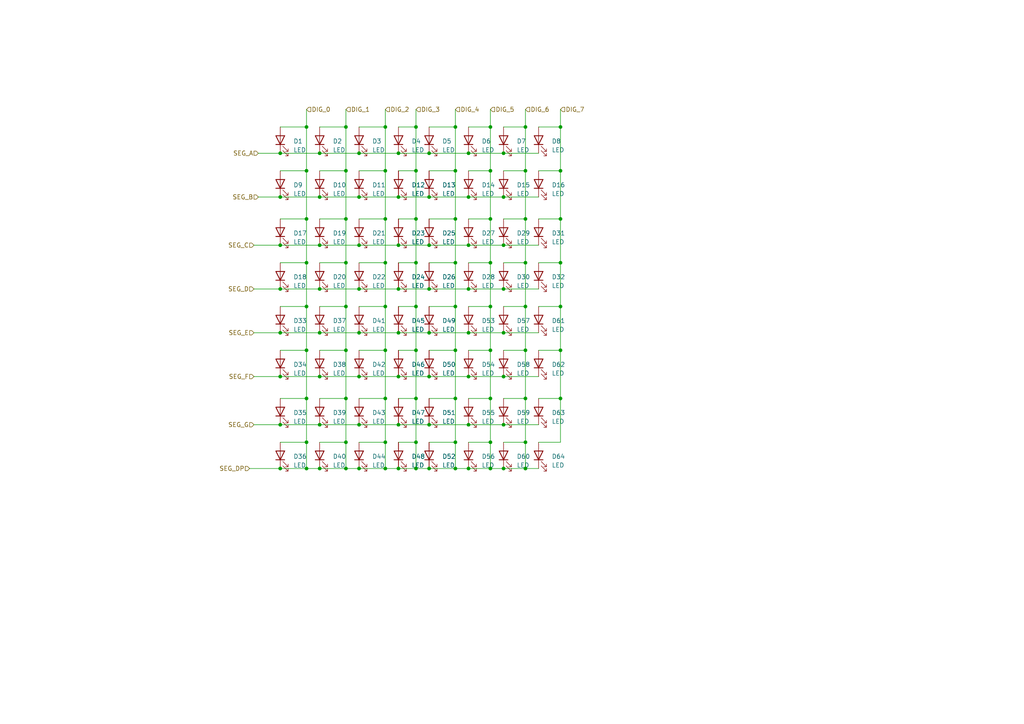
<source format=kicad_sch>
(kicad_sch (version 20230121) (generator eeschema)
  (paper "A4")
  (lib_symbols
    (symbol "Device:LED" (pin_numbers hide) (pin_names (offset 1.016) hide)
      (property "Reference" "D" (at 0 2.54 0))
      (property "Value" "LED" (at 0 -2.54 0))
      (symbol "LED_0_1"
        (polyline (pts (xy -1.27 -1.27) (xy -1.27 1.27)) (stroke (width 0.254)))
        (polyline (pts (xy -1.27 0) (xy 1.27 0)))
        (polyline (pts (xy 1.27 -1.27) (xy 1.27 1.27) (xy -1.27 0) (xy 1.27 -1.27)) (stroke (width 0.254)))
        (polyline (pts (xy -3.048 -0.762) (xy -4.572 -2.286) (xy -3.81 -2.286) (xy -4.572 -2.286) (xy -4.572 -1.524)))
        (polyline (pts (xy -1.778 -0.762) (xy -3.302 -2.286) (xy -2.54 -2.286) (xy -3.302 -2.286) (xy -3.302 -1.524)))
      )
      (symbol "LED_1_1"
        (pin passive line (at -3.81 0 0) (length 2.54) (name "K") (number "1"))
        (pin passive line (at 3.81 0 180) (length 2.54) (name "A") (number "2"))
      )
    )
  )
  (junction (at 162.56 88.9))
  (junction (at 92.71 71.12))
  (junction (at 111.76 63.5))
  (junction (at 146.05 135.89))
  (junction (at 162.56 63.5))
  (junction (at 152.4 76.2))
  (junction (at 142.24 63.5))
  (junction (at 100.33 101.6))
  (junction (at 152.4 88.9))
  (junction (at 88.9 49.53))
  (junction (at 132.08 88.9))
  (junction (at 100.33 63.5))
  (junction (at 104.14 71.12))
  (junction (at 88.9 101.6))
  (junction (at 120.65 128.27))
  (junction (at 88.9 36.83))
  (junction (at 81.28 123.19))
  (junction (at 115.57 71.12))
  (junction (at 111.76 49.53))
  (junction (at 124.46 44.45))
  (junction (at 100.33 135.89))
  (junction (at 135.89 96.52))
  (junction (at 115.57 44.45))
  (junction (at 104.14 57.15))
  (junction (at 124.46 135.89))
  (junction (at 100.33 49.53))
  (junction (at 120.65 101.6))
  (junction (at 104.14 109.22))
  (junction (at 111.76 135.89))
  (junction (at 92.71 83.82))
  (junction (at 135.89 135.89))
  (junction (at 120.65 135.89))
  (junction (at 92.71 44.45))
  (junction (at 104.14 44.45))
  (junction (at 146.05 57.15))
  (junction (at 162.56 101.6))
  (junction (at 120.65 49.53))
  (junction (at 92.71 135.89))
  (junction (at 152.4 115.57))
  (junction (at 146.05 109.22))
  (junction (at 124.46 123.19))
  (junction (at 152.4 49.53))
  (junction (at 135.89 123.19))
  (junction (at 132.08 101.6))
  (junction (at 132.08 135.89))
  (junction (at 132.08 128.27))
  (junction (at 124.46 83.82))
  (junction (at 132.08 115.57))
  (junction (at 146.05 96.52))
  (junction (at 104.14 123.19))
  (junction (at 92.71 109.22))
  (junction (at 104.14 135.89))
  (junction (at 162.56 49.53))
  (junction (at 142.24 128.27))
  (junction (at 100.33 115.57))
  (junction (at 162.56 36.83))
  (junction (at 100.33 76.2))
  (junction (at 142.24 135.89))
  (junction (at 92.71 57.15))
  (junction (at 124.46 71.12))
  (junction (at 92.71 96.52))
  (junction (at 120.65 63.5))
  (junction (at 81.28 71.12))
  (junction (at 115.57 96.52))
  (junction (at 88.9 128.27))
  (junction (at 81.28 109.22))
  (junction (at 92.71 123.19))
  (junction (at 162.56 76.2))
  (junction (at 124.46 96.52))
  (junction (at 115.57 83.82))
  (junction (at 135.89 71.12))
  (junction (at 142.24 115.57))
  (junction (at 142.24 101.6))
  (junction (at 111.76 115.57))
  (junction (at 124.46 109.22))
  (junction (at 135.89 57.15))
  (junction (at 81.28 83.82))
  (junction (at 152.4 36.83))
  (junction (at 81.28 96.52))
  (junction (at 120.65 115.57))
  (junction (at 135.89 83.82))
  (junction (at 132.08 76.2))
  (junction (at 111.76 128.27))
  (junction (at 115.57 123.19))
  (junction (at 111.76 36.83))
  (junction (at 146.05 44.45))
  (junction (at 120.65 36.83))
  (junction (at 115.57 135.89))
  (junction (at 152.4 101.6))
  (junction (at 132.08 63.5))
  (junction (at 135.89 44.45))
  (junction (at 142.24 76.2))
  (junction (at 152.4 135.89))
  (junction (at 135.89 109.22))
  (junction (at 152.4 63.5))
  (junction (at 111.76 76.2))
  (junction (at 100.33 36.83))
  (junction (at 81.28 57.15))
  (junction (at 88.9 63.5))
  (junction (at 124.46 57.15))
  (junction (at 142.24 88.9))
  (junction (at 162.56 115.57))
  (junction (at 88.9 76.2))
  (junction (at 115.57 109.22))
  (junction (at 152.4 128.27))
  (junction (at 81.28 135.89))
  (junction (at 146.05 71.12))
  (junction (at 142.24 49.53))
  (junction (at 142.24 36.83))
  (junction (at 104.14 96.52))
  (junction (at 81.28 44.45))
  (junction (at 146.05 83.82))
  (junction (at 104.14 83.82))
  (junction (at 132.08 36.83))
  (junction (at 111.76 101.6))
  (junction (at 120.65 76.2))
  (junction (at 100.33 88.9))
  (junction (at 120.65 88.9))
  (junction (at 132.08 49.53))
  (junction (at 88.9 88.9))
  (junction (at 111.76 88.9))
  (junction (at 146.05 123.19))
  (junction (at 88.9 115.57))
  (junction (at 100.33 128.27))
  (junction (at 115.57 57.15))
  (junction (at 88.9 135.89))
  (wire (pts (xy 104.14 109.22) (xy 92.71 109.22)))
  (wire (pts (xy 146.05 109.22) (xy 135.89 109.22)))
  (wire (pts (xy 152.4 115.57) (xy 152.4 128.27)))
  (wire (pts (xy 104.14 76.2) (xy 111.76 76.2)))
  (wire (pts (xy 146.05 57.15) (xy 156.21 57.15)))
  (wire (pts (xy 72.39 135.89) (xy 81.28 135.89)))
  (wire (pts (xy 115.57 109.22) (xy 104.14 109.22)))
  (wire (pts (xy 124.46 49.53) (xy 132.08 49.53)))
  (wire (pts (xy 152.4 31.75) (xy 152.4 36.83)))
  (wire (pts (xy 132.08 36.83) (xy 132.08 49.53)))
  (wire (pts (xy 73.66 71.12) (xy 81.28 71.12)))
  (wire (pts (xy 124.46 57.15) (xy 135.89 57.15)))
  (wire (pts (xy 135.89 135.89) (xy 142.24 135.89)))
  (wire (pts (xy 92.71 44.45) (xy 104.14 44.45)))
  (wire (pts (xy 124.46 135.89) (xy 132.08 135.89)))
  (wire (pts (xy 88.9 49.53) (xy 88.9 63.5)))
  (wire (pts (xy 92.71 57.15) (xy 104.14 57.15)))
  (wire (pts (xy 88.9 76.2) (xy 88.9 88.9)))
  (wire (pts (xy 92.71 49.53) (xy 100.33 49.53)))
  (wire (pts (xy 135.89 76.2) (xy 142.24 76.2)))
  (wire (pts (xy 135.89 96.52) (xy 146.05 96.52)))
  (wire (pts (xy 100.33 88.9) (xy 100.33 101.6)))
  (wire (pts (xy 81.28 128.27) (xy 88.9 128.27)))
  (wire (pts (xy 132.08 49.53) (xy 132.08 63.5)))
  (wire (pts (xy 81.28 36.83) (xy 88.9 36.83)))
  (wire (pts (xy 120.65 135.89) (xy 124.46 135.89)))
  (wire (pts (xy 135.89 44.45) (xy 146.05 44.45)))
  (wire (pts (xy 124.46 123.19) (xy 135.89 123.19)))
  (wire (pts (xy 146.05 135.89) (xy 152.4 135.89)))
  (wire (pts (xy 146.05 83.82) (xy 156.21 83.82)))
  (wire (pts (xy 92.71 101.6) (xy 100.33 101.6)))
  (wire (pts (xy 120.65 101.6) (xy 120.65 115.57)))
  (wire (pts (xy 120.65 36.83) (xy 120.65 49.53)))
  (wire (pts (xy 88.9 135.89) (xy 92.71 135.89)))
  (wire (pts (xy 146.05 88.9) (xy 152.4 88.9)))
  (wire (pts (xy 111.76 101.6) (xy 111.76 115.57)))
  (wire (pts (xy 111.76 76.2) (xy 111.76 88.9)))
  (wire (pts (xy 135.89 57.15) (xy 146.05 57.15)))
  (wire (pts (xy 156.21 115.57) (xy 162.56 115.57)))
  (wire (pts (xy 124.46 44.45) (xy 135.89 44.45)))
  (wire (pts (xy 115.57 123.19) (xy 124.46 123.19)))
  (wire (pts (xy 132.08 115.57) (xy 132.08 128.27)))
  (wire (pts (xy 73.66 109.22) (xy 81.28 109.22)))
  (wire (pts (xy 115.57 44.45) (xy 124.46 44.45)))
  (wire (pts (xy 111.76 115.57) (xy 111.76 128.27)))
  (wire (pts (xy 104.14 49.53) (xy 111.76 49.53)))
  (wire (pts (xy 124.46 83.82) (xy 135.89 83.82)))
  (wire (pts (xy 135.89 128.27) (xy 142.24 128.27)))
  (wire (pts (xy 146.05 115.57) (xy 152.4 115.57)))
  (wire (pts (xy 152.4 36.83) (xy 152.4 49.53)))
  (wire (pts (xy 152.4 135.89) (xy 156.21 135.89)))
  (wire (pts (xy 92.71 109.22) (xy 81.28 109.22)))
  (wire (pts (xy 124.46 115.57) (xy 132.08 115.57)))
  (wire (pts (xy 111.76 128.27) (xy 111.76 135.89)))
  (wire (pts (xy 115.57 115.57) (xy 120.65 115.57)))
  (wire (pts (xy 115.57 88.9) (xy 120.65 88.9)))
  (wire (pts (xy 162.56 115.57) (xy 162.56 128.27)))
  (wire (pts (xy 81.28 115.57) (xy 88.9 115.57)))
  (wire (pts (xy 142.24 115.57) (xy 142.24 128.27)))
  (wire (pts (xy 104.14 123.19) (xy 115.57 123.19)))
  (wire (pts (xy 104.14 135.89) (xy 111.76 135.89)))
  (wire (pts (xy 135.89 115.57) (xy 142.24 115.57)))
  (wire (pts (xy 88.9 128.27) (xy 88.9 135.89)))
  (wire (pts (xy 88.9 115.57) (xy 88.9 128.27)))
  (wire (pts (xy 115.57 101.6) (xy 120.65 101.6)))
  (wire (pts (xy 156.21 101.6) (xy 162.56 101.6)))
  (wire (pts (xy 104.14 96.52) (xy 115.57 96.52)))
  (wire (pts (xy 120.65 128.27) (xy 120.65 135.89)))
  (wire (pts (xy 124.46 76.2) (xy 132.08 76.2)))
  (wire (pts (xy 73.66 123.19) (xy 81.28 123.19)))
  (wire (pts (xy 115.57 36.83) (xy 120.65 36.83)))
  (wire (pts (xy 146.05 128.27) (xy 152.4 128.27)))
  (wire (pts (xy 111.76 88.9) (xy 111.76 101.6)))
  (wire (pts (xy 152.4 63.5) (xy 152.4 76.2)))
  (wire (pts (xy 115.57 57.15) (xy 124.46 57.15)))
  (wire (pts (xy 156.21 76.2) (xy 162.56 76.2)))
  (wire (pts (xy 124.46 101.6) (xy 132.08 101.6)))
  (wire (pts (xy 104.14 36.83) (xy 111.76 36.83)))
  (wire (pts (xy 146.05 71.12) (xy 156.21 71.12)))
  (wire (pts (xy 124.46 109.22) (xy 115.57 109.22)))
  (wire (pts (xy 115.57 96.52) (xy 124.46 96.52)))
  (wire (pts (xy 88.9 63.5) (xy 88.9 76.2)))
  (wire (pts (xy 132.08 135.89) (xy 135.89 135.89)))
  (wire (pts (xy 100.33 63.5) (xy 100.33 76.2)))
  (wire (pts (xy 152.4 49.53) (xy 152.4 63.5)))
  (wire (pts (xy 104.14 115.57) (xy 111.76 115.57)))
  (wire (pts (xy 135.89 49.53) (xy 142.24 49.53)))
  (wire (pts (xy 132.08 76.2) (xy 132.08 88.9)))
  (wire (pts (xy 124.46 88.9) (xy 132.08 88.9)))
  (wire (pts (xy 100.33 101.6) (xy 100.33 115.57)))
  (wire (pts (xy 146.05 101.6) (xy 152.4 101.6)))
  (wire (pts (xy 146.05 49.53) (xy 152.4 49.53)))
  (wire (pts (xy 142.24 63.5) (xy 142.24 76.2)))
  (wire (pts (xy 88.9 101.6) (xy 88.9 115.57)))
  (wire (pts (xy 88.9 36.83) (xy 88.9 49.53)))
  (wire (pts (xy 135.89 83.82) (xy 146.05 83.82)))
  (wire (pts (xy 104.14 44.45) (xy 115.57 44.45)))
  (wire (pts (xy 156.21 63.5) (xy 162.56 63.5)))
  (wire (pts (xy 142.24 101.6) (xy 142.24 115.57)))
  (wire (pts (xy 104.14 63.5) (xy 111.76 63.5)))
  (wire (pts (xy 81.28 135.89) (xy 88.9 135.89)))
  (wire (pts (xy 81.28 44.45) (xy 92.71 44.45)))
  (wire (pts (xy 104.14 88.9) (xy 111.76 88.9)))
  (wire (pts (xy 92.71 123.19) (xy 104.14 123.19)))
  (wire (pts (xy 124.46 71.12) (xy 135.89 71.12)))
  (wire (pts (xy 111.76 31.75) (xy 111.76 36.83)))
  (wire (pts (xy 156.21 36.83) (xy 162.56 36.83)))
  (wire (pts (xy 124.46 128.27) (xy 132.08 128.27)))
  (wire (pts (xy 111.76 63.5) (xy 111.76 76.2)))
  (wire (pts (xy 81.28 123.19) (xy 92.71 123.19)))
  (wire (pts (xy 88.9 31.75) (xy 88.9 36.83)))
  (wire (pts (xy 152.4 101.6) (xy 152.4 115.57)))
  (wire (pts (xy 115.57 128.27) (xy 120.65 128.27)))
  (wire (pts (xy 74.93 57.15) (xy 81.28 57.15)))
  (wire (pts (xy 104.14 101.6) (xy 111.76 101.6)))
  (wire (pts (xy 135.89 109.22) (xy 124.46 109.22)))
  (wire (pts (xy 100.33 128.27) (xy 100.33 135.89)))
  (wire (pts (xy 111.76 135.89) (xy 115.57 135.89)))
  (wire (pts (xy 81.28 96.52) (xy 92.71 96.52)))
  (wire (pts (xy 100.33 115.57) (xy 100.33 128.27)))
  (wire (pts (xy 92.71 63.5) (xy 100.33 63.5)))
  (wire (pts (xy 81.28 57.15) (xy 92.71 57.15)))
  (wire (pts (xy 152.4 88.9) (xy 152.4 101.6)))
  (wire (pts (xy 162.56 49.53) (xy 162.56 63.5)))
  (wire (pts (xy 135.89 63.5) (xy 142.24 63.5)))
  (wire (pts (xy 135.89 88.9) (xy 142.24 88.9)))
  (wire (pts (xy 135.89 101.6) (xy 142.24 101.6)))
  (wire (pts (xy 92.71 115.57) (xy 100.33 115.57)))
  (wire (pts (xy 156.21 128.27) (xy 162.56 128.27)))
  (wire (pts (xy 73.66 96.52) (xy 81.28 96.52)))
  (wire (pts (xy 104.14 83.82) (xy 115.57 83.82)))
  (wire (pts (xy 81.28 88.9) (xy 88.9 88.9)))
  (wire (pts (xy 81.28 101.6) (xy 88.9 101.6)))
  (wire (pts (xy 92.71 71.12) (xy 104.14 71.12)))
  (wire (pts (xy 156.21 88.9) (xy 162.56 88.9)))
  (wire (pts (xy 104.14 57.15) (xy 115.57 57.15)))
  (wire (pts (xy 115.57 83.82) (xy 124.46 83.82)))
  (wire (pts (xy 152.4 76.2) (xy 152.4 88.9)))
  (wire (pts (xy 146.05 76.2) (xy 152.4 76.2)))
  (wire (pts (xy 120.65 115.57) (xy 120.65 128.27)))
  (wire (pts (xy 104.14 71.12) (xy 115.57 71.12)))
  (wire (pts (xy 100.33 135.89) (xy 104.14 135.89)))
  (wire (pts (xy 142.24 49.53) (xy 142.24 63.5)))
  (wire (pts (xy 92.71 135.89) (xy 100.33 135.89)))
  (wire (pts (xy 120.65 31.75) (xy 120.65 36.83)))
  (wire (pts (xy 81.28 49.53) (xy 88.9 49.53)))
  (wire (pts (xy 115.57 49.53) (xy 120.65 49.53)))
  (wire (pts (xy 162.56 31.75) (xy 162.56 36.83)))
  (wire (pts (xy 152.4 128.27) (xy 152.4 135.89)))
  (wire (pts (xy 132.08 63.5) (xy 132.08 76.2)))
  (wire (pts (xy 146.05 44.45) (xy 156.21 44.45)))
  (wire (pts (xy 100.33 31.75) (xy 100.33 36.83)))
  (wire (pts (xy 132.08 101.6) (xy 132.08 115.57)))
  (wire (pts (xy 92.71 83.82) (xy 104.14 83.82)))
  (wire (pts (xy 142.24 31.75) (xy 142.24 36.83)))
  (wire (pts (xy 81.28 83.82) (xy 92.71 83.82)))
  (wire (pts (xy 120.65 63.5) (xy 120.65 76.2)))
  (wire (pts (xy 146.05 36.83) (xy 152.4 36.83)))
  (wire (pts (xy 92.71 36.83) (xy 100.33 36.83)))
  (wire (pts (xy 120.65 49.53) (xy 120.65 63.5)))
  (wire (pts (xy 120.65 88.9) (xy 120.65 101.6)))
  (wire (pts (xy 132.08 88.9) (xy 132.08 101.6)))
  (wire (pts (xy 81.28 76.2) (xy 88.9 76.2)))
  (wire (pts (xy 115.57 135.89) (xy 120.65 135.89)))
  (wire (pts (xy 88.9 88.9) (xy 88.9 101.6)))
  (wire (pts (xy 142.24 36.83) (xy 142.24 49.53)))
  (wire (pts (xy 162.56 63.5) (xy 162.56 76.2)))
  (wire (pts (xy 81.28 63.5) (xy 88.9 63.5)))
  (wire (pts (xy 92.71 76.2) (xy 100.33 76.2)))
  (wire (pts (xy 115.57 63.5) (xy 120.65 63.5)))
  (wire (pts (xy 162.56 88.9) (xy 162.56 101.6)))
  (wire (pts (xy 156.21 49.53) (xy 162.56 49.53)))
  (wire (pts (xy 115.57 76.2) (xy 120.65 76.2)))
  (wire (pts (xy 162.56 76.2) (xy 162.56 88.9)))
  (wire (pts (xy 135.89 71.12) (xy 146.05 71.12)))
  (wire (pts (xy 135.89 36.83) (xy 142.24 36.83)))
  (wire (pts (xy 111.76 36.83) (xy 111.76 49.53)))
  (wire (pts (xy 142.24 76.2) (xy 142.24 88.9)))
  (wire (pts (xy 111.76 49.53) (xy 111.76 63.5)))
  (wire (pts (xy 146.05 63.5) (xy 152.4 63.5)))
  (wire (pts (xy 73.66 83.82) (xy 81.28 83.82)))
  (wire (pts (xy 81.28 71.12) (xy 92.71 71.12)))
  (wire (pts (xy 146.05 123.19) (xy 156.21 123.19)))
  (wire (pts (xy 162.56 101.6) (xy 162.56 115.57)))
  (wire (pts (xy 142.24 128.27) (xy 142.24 135.89)))
  (wire (pts (xy 146.05 96.52) (xy 156.21 96.52)))
  (wire (pts (xy 74.93 44.45) (xy 81.28 44.45)))
  (wire (pts (xy 142.24 135.89) (xy 146.05 135.89)))
  (wire (pts (xy 156.21 109.22) (xy 146.05 109.22)))
  (wire (pts (xy 124.46 63.5) (xy 132.08 63.5)))
  (wire (pts (xy 92.71 128.27) (xy 100.33 128.27)))
  (wire (pts (xy 162.56 36.83) (xy 162.56 49.53)))
  (wire (pts (xy 115.57 71.12) (xy 124.46 71.12)))
  (wire (pts (xy 135.89 123.19) (xy 146.05 123.19)))
  (wire (pts (xy 120.65 76.2) (xy 120.65 88.9)))
  (wire (pts (xy 92.71 88.9) (xy 100.33 88.9)))
  (wire (pts (xy 142.24 88.9) (xy 142.24 101.6)))
  (wire (pts (xy 132.08 31.75) (xy 132.08 36.83)))
  (wire (pts (xy 132.08 128.27) (xy 132.08 135.89)))
  (wire (pts (xy 100.33 76.2) (xy 100.33 88.9)))
  (wire (pts (xy 92.71 96.52) (xy 104.14 96.52)))
  (wire (pts (xy 100.33 36.83) (xy 100.33 49.53)))
  (wire (pts (xy 104.14 128.27) (xy 111.76 128.27)))
  (wire (pts (xy 100.33 49.53) (xy 100.33 63.5)))
  (wire (pts (xy 124.46 96.52) (xy 135.89 96.52)))
  (wire (pts (xy 124.46 36.83) (xy 132.08 36.83)))
  (hierarchical_label "DIG_6" (shape input) (at 152.4 31.75 0))
  (hierarchical_label "DIG_1" (shape input) (at 100.33 31.75 0))
  (hierarchical_label "SEG_C" (shape input) (at 73.66 71.12 180))
  (hierarchical_label "DIG_4" (shape input) (at 132.08 31.75 0))
  (hierarchical_label "SEG_B" (shape input) (at 74.93 57.15 180))
  (hierarchical_label "SEG_A" (shape input) (at 74.93 44.45 180))
  (hierarchical_label "SEG_DP" (shape input) (at 72.39 135.89 180))
  (hierarchical_label "DIG_5" (shape input) (at 142.24 31.75 0))
  (hierarchical_label "SEG_F" (shape input) (at 73.66 109.22 180))
  (hierarchical_label "DIG_2" (shape input) (at 111.76 31.75 0))
  (hierarchical_label "SEG_D" (shape input) (at 73.66 83.82 180))
  (hierarchical_label "DIG_0" (shape input) (at 88.9 31.75 0))
  (hierarchical_label "DIG_7" (shape input) (at 162.56 31.75 0))
  (hierarchical_label "SEG_E" (shape input) (at 73.66 96.52 180))
  (hierarchical_label "DIG_3" (shape input) (at 120.65 31.75 0))
  (hierarchical_label "SEG_G" (shape input) (at 73.66 123.19 180))
  (symbol (lib_id "Device:LED") (at 115.57 92.71 90) (unit 1)
    (property "Reference" "D45" (at 119.38 93.0275 90) (effects (justify right)))
    (property "Value" "LED" (at 119.38 95.5675 90) (effects (justify right)))
    (property "Footprint" "LED_SMD:LED_0603_1608Metric" (effects hide))
  )
  (symbol (lib_id "Device:LED") (at 156.21 67.31 90) (unit 1)
    (property "Reference" "D31" (at 160.02 67.6275 90) (effects (justify right)))
    (property "Value" "LED" (at 160.02 70.1675 90) (effects (justify right)))
    (property "Footprint" "LED_SMD:LED_0603_1608Metric" (effects hide))
  )
  (symbol (lib_id "Device:LED") (at 146.05 132.08 90) (unit 1)
    (property "Reference" "D60" (at 149.86 132.3975 90) (effects (justify right)))
    (property "Value" "LED" (at 149.86 134.9375 90) (effects (justify right)))
    (property "Footprint" "LED_SMD:LED_0603_1608Metric" (effects hide))
  )
  (symbol (lib_id "Device:LED") (at 156.21 132.08 90) (unit 1)
    (property "Reference" "D64" (at 160.02 132.3975 90) (effects (justify right)))
    (property "Value" "LED" (at 160.02 134.9375 90) (effects (justify right)))
    (property "Footprint" "LED_SMD:LED_0603_1608Metric" (effects hide))
  )
  (symbol (lib_id "Device:LED") (at 135.89 92.71 90) (unit 1)
    (property "Reference" "D53" (at 139.7 93.0275 90) (effects (justify right)))
    (property "Value" "LED" (at 139.7 95.5675 90) (effects (justify right)))
    (property "Footprint" "LED_SMD:LED_0603_1608Metric" (effects hide))
  )
  (symbol (lib_id "Device:LED") (at 146.05 105.41 90) (unit 1)
    (property "Reference" "D58" (at 149.86 105.7275 90) (effects (justify right)))
    (property "Value" "LED" (at 149.86 108.2675 90) (effects (justify right)))
    (property "Footprint" "LED_SMD:LED_0603_1608Metric" (effects hide))
  )
  (symbol (lib_id "Device:LED") (at 81.28 67.31 90) (unit 1)
    (property "Reference" "D17" (at 85.09 67.6275 90) (effects (justify right)))
    (property "Value" "LED" (at 85.09 70.1675 90) (effects (justify right)))
    (property "Footprint" "LED_SMD:LED_0603_1608Metric" (effects hide))
  )
  (symbol (lib_id "Device:LED") (at 92.71 105.41 90) (unit 1)
    (property "Reference" "D38" (at 96.52 105.7275 90) (effects (justify right)))
    (property "Value" "LED" (at 96.52 108.2675 90) (effects (justify right)))
    (property "Footprint" "LED_SMD:LED_0603_1608Metric" (effects hide))
  )
  (symbol (lib_id "Device:LED") (at 81.28 132.08 90) (unit 1)
    (property "Reference" "D36" (at 85.09 132.3975 90) (effects (justify right)))
    (property "Value" "LED" (at 85.09 134.9375 90) (effects (justify right)))
    (property "Footprint" "LED_SMD:LED_0603_1608Metric" (effects hide))
  )
  (symbol (lib_id "Device:LED") (at 92.71 53.34 90) (unit 1)
    (property "Reference" "D10" (at 96.52 53.6575 90) (effects (justify right)))
    (property "Value" "LED" (at 96.52 56.1975 90) (effects (justify right)))
    (property "Footprint" "LED_SMD:LED_0603_1608Metric" (effects hide))
  )
  (symbol (lib_id "Device:LED") (at 92.71 92.71 90) (unit 1)
    (property "Reference" "D37" (at 96.52 93.0275 90) (effects (justify right)))
    (property "Value" "LED" (at 96.52 95.5675 90) (effects (justify right)))
    (property "Footprint" "LED_SMD:LED_0603_1608Metric" (effects hide))
  )
  (symbol (lib_id "Device:LED") (at 115.57 67.31 90) (unit 1)
    (property "Reference" "D23" (at 119.38 67.6275 90) (effects (justify right)))
    (property "Value" "LED" (at 119.38 70.1675 90) (effects (justify right)))
    (property "Footprint" "LED_SMD:LED_0603_1608Metric" (effects hide))
  )
  (symbol (lib_id "Device:LED") (at 124.46 67.31 90) (unit 1)
    (property "Reference" "D25" (at 128.27 67.6275 90) (effects (justify right)))
    (property "Value" "LED" (at 128.27 70.1675 90) (effects (justify right)))
    (property "Footprint" "LED_SMD:LED_0603_1608Metric" (effects hide))
  )
  (symbol (lib_id "Device:LED") (at 92.71 80.01 90) (unit 1)
    (property "Reference" "D20" (at 96.52 80.3275 90) (effects (justify right)))
    (property "Value" "LED" (at 96.52 82.8675 90) (effects (justify right)))
    (property "Footprint" "LED_SMD:LED_0603_1608Metric" (effects hide))
  )
  (symbol (lib_id "Device:LED") (at 81.28 92.71 90) (unit 1)
    (property "Reference" "D33" (at 85.09 93.0275 90) (effects (justify right)))
    (property "Value" "LED" (at 85.09 95.5675 90) (effects (justify right)))
    (property "Footprint" "LED_SMD:LED_0603_1608Metric" (effects hide))
  )
  (symbol (lib_id "Device:LED") (at 124.46 132.08 90) (unit 1)
    (property "Reference" "D52" (at 128.27 132.3975 90) (effects (justify right)))
    (property "Value" "LED" (at 128.27 134.9375 90) (effects (justify right)))
    (property "Footprint" "LED_SMD:LED_0603_1608Metric" (effects hide))
  )
  (symbol (lib_id "Device:LED") (at 146.05 92.71 90) (unit 1)
    (property "Reference" "D57" (at 149.86 93.0275 90) (effects (justify right)))
    (property "Value" "LED" (at 149.86 95.5675 90) (effects (justify right)))
    (property "Footprint" "LED_SMD:LED_0603_1608Metric" (effects hide))
  )
  (symbol (lib_id "Device:LED") (at 124.46 105.41 90) (unit 1)
    (property "Reference" "D50" (at 128.27 105.7275 90) (effects (justify right)))
    (property "Value" "LED" (at 128.27 108.2675 90) (effects (justify right)))
    (property "Footprint" "LED_SMD:LED_0603_1608Metric" (effects hide))
  )
  (symbol (lib_id "Device:LED") (at 135.89 132.08 90) (unit 1)
    (property "Reference" "D56" (at 139.7 132.3975 90) (effects (justify right)))
    (property "Value" "LED" (at 139.7 134.9375 90) (effects (justify right)))
    (property "Footprint" "LED_SMD:LED_0603_1608Metric" (effects hide))
  )
  (symbol (lib_id "Device:LED") (at 115.57 132.08 90) (unit 1)
    (property "Reference" "D48" (at 119.38 132.3975 90) (effects (justify right)))
    (property "Value" "LED" (at 119.38 134.9375 90) (effects (justify right)))
    (property "Footprint" "LED_SMD:LED_0603_1608Metric" (effects hide))
  )
  (symbol (lib_id "Device:LED") (at 135.89 67.31 90) (unit 1)
    (property "Reference" "D27" (at 139.7 67.6275 90) (effects (justify right)))
    (property "Value" "LED" (at 139.7 70.1675 90) (effects (justify right)))
    (property "Footprint" "LED_SMD:LED_0603_1608Metric" (effects hide))
  )
  (symbol (lib_id "Device:LED") (at 156.21 40.64 90) (unit 1)
    (property "Reference" "D8" (at 160.02 40.9575 90) (effects (justify right)))
    (property "Value" "LED" (at 160.02 43.4975 90) (effects (justify right)))
    (property "Footprint" "LED_SMD:LED_0603_1608Metric" (effects hide))
  )
  (symbol (lib_id "Device:LED") (at 115.57 80.01 90) (unit 1)
    (property "Reference" "D24" (at 119.38 80.3275 90) (effects (justify right)))
    (property "Value" "LED" (at 119.38 82.8675 90) (effects (justify right)))
    (property "Footprint" "LED_SMD:LED_0603_1608Metric" (effects hide))
  )
  (symbol (lib_id "Device:LED") (at 104.14 132.08 90) (unit 1)
    (property "Reference" "D44" (at 107.95 132.3975 90) (effects (justify right)))
    (property "Value" "LED" (at 107.95 134.9375 90) (effects (justify right)))
    (property "Footprint" "LED_SMD:LED_0603_1608Metric" (effects hide))
  )
  (symbol (lib_id "Device:LED") (at 146.05 53.34 90) (unit 1)
    (property "Reference" "D15" (at 149.86 53.6575 90) (effects (justify right)))
    (property "Value" "LED" (at 149.86 56.1975 90) (effects (justify right)))
    (property "Footprint" "LED_SMD:LED_0603_1608Metric" (effects hide))
  )
  (symbol (lib_id "Device:LED") (at 146.05 80.01 90) (unit 1)
    (property "Reference" "D30" (at 149.86 80.3275 90) (effects (justify right)))
    (property "Value" "LED" (at 149.86 82.8675 90) (effects (justify right)))
    (property "Footprint" "LED_SMD:LED_0603_1608Metric" (effects hide))
  )
  (symbol (lib_id "Device:LED") (at 104.14 67.31 90) (unit 1)
    (property "Reference" "D21" (at 107.95 67.6275 90) (effects (justify right)))
    (property "Value" "LED" (at 107.95 70.1675 90) (effects (justify right)))
    (property "Footprint" "LED_SMD:LED_0603_1608Metric" (effects hide))
  )
  (symbol (lib_id "Device:LED") (at 104.14 119.38 90) (unit 1)
    (property "Reference" "D43" (at 107.95 119.6975 90) (effects (justify right)))
    (property "Value" "LED" (at 107.95 122.2375 90) (effects (justify right)))
    (property "Footprint" "LED_SMD:LED_0603_1608Metric" (effects hide))
  )
  (symbol (lib_id "Device:LED") (at 81.28 80.01 90) (unit 1)
    (property "Reference" "D18" (at 85.09 80.3275 90) (effects (justify right)))
    (property "Value" "LED" (at 85.09 82.8675 90) (effects (justify right)))
    (property "Footprint" "LED_SMD:LED_0603_1608Metric" (effects hide))
  )
  (symbol (lib_id "Device:LED") (at 146.05 119.38 90) (unit 1)
    (property "Reference" "D59" (at 149.86 119.6975 90) (effects (justify right)))
    (property "Value" "LED" (at 149.86 122.2375 90) (effects (justify right)))
    (property "Footprint" "LED_SMD:LED_0603_1608Metric" (effects hide))
  )
  (symbol (lib_id "Device:LED") (at 92.71 67.31 90) (unit 1)
    (property "Reference" "D19" (at 96.52 67.6275 90) (effects (justify right)))
    (property "Value" "LED" (at 96.52 70.1675 90) (effects (justify right)))
    (property "Footprint" "LED_SMD:LED_0603_1608Metric" (effects hide))
  )
  (symbol (lib_id "Device:LED") (at 124.46 80.01 90) (unit 1)
    (property "Reference" "D26" (at 128.27 80.3275 90) (effects (justify right)))
    (property "Value" "LED" (at 128.27 82.8675 90) (effects (justify right)))
    (property "Footprint" "LED_SMD:LED_0603_1608Metric" (effects hide))
  )
  (symbol (lib_id "Device:LED") (at 81.28 105.41 90) (unit 1)
    (property "Reference" "D34" (at 85.09 105.7275 90) (effects (justify right)))
    (property "Value" "LED" (at 85.09 108.2675 90) (effects (justify right)))
    (property "Footprint" "LED_SMD:LED_0603_1608Metric" (effects hide))
  )
  (symbol (lib_id "Device:LED") (at 156.21 92.71 90) (unit 1)
    (property "Reference" "D61" (at 160.02 93.0275 90) (effects (justify right)))
    (property "Value" "LED" (at 160.02 95.5675 90) (effects (justify right)))
    (property "Footprint" "LED_SMD:LED_0603_1608Metric" (effects hide))
  )
  (symbol (lib_id "Device:LED") (at 124.46 53.34 90) (unit 1)
    (property "Reference" "D13" (at 128.27 53.6575 90) (effects (justify right)))
    (property "Value" "LED" (at 128.27 56.1975 90) (effects (justify right)))
    (property "Footprint" "LED_SMD:LED_0603_1608Metric" (effects hide))
  )
  (symbol (lib_id "Device:LED") (at 115.57 53.34 90) (unit 1)
    (property "Reference" "D12" (at 119.38 53.6575 90) (effects (justify right)))
    (property "Value" "LED" (at 119.38 56.1975 90) (effects (justify right)))
    (property "Footprint" "LED_SMD:LED_0603_1608Metric" (effects hide))
  )
  (symbol (lib_id "Device:LED") (at 156.21 105.41 90) (unit 1)
    (property "Reference" "D62" (at 160.02 105.7275 90) (effects (justify right)))
    (property "Value" "LED" (at 160.02 108.2675 90) (effects (justify right)))
    (property "Footprint" "LED_SMD:LED_0603_1608Metric" (effects hide))
  )
  (symbol (lib_id "Device:LED") (at 104.14 80.01 90) (unit 1)
    (property "Reference" "D22" (at 107.95 80.3275 90) (effects (justify right)))
    (property "Value" "LED" (at 107.95 82.8675 90) (effects (justify right)))
    (property "Footprint" "LED_SMD:LED_0603_1608Metric" (effects hide))
  )
  (symbol (lib_id "Device:LED") (at 115.57 105.41 90) (unit 1)
    (property "Reference" "D46" (at 119.38 105.7275 90) (effects (justify right)))
    (property "Value" "LED" (at 119.38 108.2675 90) (effects (justify right)))
    (property "Footprint" "LED_SMD:LED_0603_1608Metric" (effects hide))
  )
  (symbol (lib_id "Device:LED") (at 156.21 53.34 90) (unit 1)
    (property "Reference" "D16" (at 160.02 53.6575 90) (effects (justify right)))
    (property "Value" "LED" (at 160.02 56.1975 90) (effects (justify right)))
    (property "Footprint" "LED_SMD:LED_0603_1608Metric" (effects hide))
  )
  (symbol (lib_id "Device:LED") (at 104.14 105.41 90) (unit 1)
    (property "Reference" "D42" (at 107.95 105.7275 90) (effects (justify right)))
    (property "Value" "LED" (at 107.95 108.2675 90) (effects (justify right)))
    (property "Footprint" "LED_SMD:LED_0603_1608Metric" (effects hide))
  )
  (symbol (lib_id "Device:LED") (at 146.05 40.64 90) (unit 1)
    (property "Reference" "D7" (at 149.86 40.9575 90) (effects (justify right)))
    (property "Value" "LED" (at 149.86 43.4975 90) (effects (justify right)))
    (property "Footprint" "LED_SMD:LED_0603_1608Metric" (effects hide))
  )
  (symbol (lib_id "Device:LED") (at 156.21 80.01 90) (unit 1)
    (property "Reference" "D32" (at 160.02 80.3275 90) (effects (justify right)))
    (property "Value" "LED" (at 160.02 82.8675 90) (effects (justify right)))
    (property "Footprint" "LED_SMD:LED_0603_1608Metric" (effects hide))
  )
  (symbol (lib_id "Device:LED") (at 92.71 119.38 90) (unit 1)
    (property "Reference" "D39" (at 96.52 119.6975 90) (effects (justify right)))
    (property "Value" "LED" (at 96.52 122.2375 90) (effects (justify right)))
    (property "Footprint" "LED_SMD:LED_0603_1608Metric" (effects hide))
  )
  (symbol (lib_id "Device:LED") (at 92.71 132.08 90) (unit 1)
    (property "Reference" "D40" (at 96.52 132.3975 90) (effects (justify right)))
    (property "Value" "LED" (at 96.52 134.9375 90) (effects (justify right)))
    (property "Footprint" "LED_SMD:LED_0603_1608Metric" (effects hide))
  )
  (symbol (lib_id "Device:LED") (at 104.14 92.71 90) (unit 1)
    (property "Reference" "D41" (at 107.95 93.0275 90) (effects (justify right)))
    (property "Value" "LED" (at 107.95 95.5675 90) (effects (justify right)))
    (property "Footprint" "LED_SMD:LED_0603_1608Metric" (effects hide))
  )
  (symbol (lib_id "Device:LED") (at 146.05 67.31 90) (unit 1)
    (property "Reference" "D29" (at 149.86 67.6275 90) (effects (justify right)))
    (property "Value" "LED" (at 149.86 70.1675 90) (effects (justify right)))
    (property "Footprint" "LED_SMD:LED_0603_1608Metric" (effects hide))
  )
  (symbol (lib_id "Device:LED") (at 156.21 119.38 90) (unit 1)
    (property "Reference" "D63" (at 160.02 119.6975 90) (effects (justify right)))
    (property "Value" "LED" (at 160.02 122.2375 90) (effects (justify right)))
    (property "Footprint" "LED_SMD:LED_0603_1608Metric" (effects hide))
  )
  (symbol (lib_id "Device:LED") (at 115.57 119.38 90) (unit 1)
    (property "Reference" "D47" (at 119.38 119.6975 90) (effects (justify right)))
    (property "Value" "LED" (at 119.38 122.2375 90) (effects (justify right)))
    (property "Footprint" "LED_SMD:LED_0603_1608Metric" (effects hide))
  )
  (symbol (lib_id "Device:LED") (at 135.89 105.41 90) (unit 1)
    (property "Reference" "D54" (at 139.7 105.7275 90) (effects (justify right)))
    (property "Value" "LED" (at 139.7 108.2675 90) (effects (justify right)))
    (property "Footprint" "LED_SMD:LED_0603_1608Metric" (effects hide))
  )
  (symbol (lib_id "Device:LED") (at 115.57 40.64 90) (unit 1)
    (property "Reference" "D4" (at 119.38 40.9575 90) (effects (justify right)))
    (property "Value" "LED" (at 119.38 43.4975 90) (effects (justify right)))
    (property "Footprint" "LED_SMD:LED_0603_1608Metric" (effects hide))
  )
  (symbol (lib_id "Device:LED") (at 81.28 119.38 90) (unit 1)
    (property "Reference" "D35" (at 85.09 119.6975 90) (effects (justify right)))
    (property "Value" "LED" (at 85.09 122.2375 90) (effects (justify right)))
    (property "Footprint" "LED_SMD:LED_0603_1608Metric" (effects hide))
  )
  (symbol (lib_id "Device:LED") (at 135.89 119.38 90) (unit 1)
    (property "Reference" "D55" (at 139.7 119.6975 90) (effects (justify right)))
    (property "Value" "LED" (at 139.7 122.2375 90) (effects (justify right)))
    (property "Footprint" "LED_SMD:LED_0603_1608Metric" (effects hide))
  )
  (symbol (lib_id "Device:LED") (at 124.46 40.64 90) (unit 1)
    (property "Reference" "D5" (at 128.27 40.9575 90) (effects (justify right)))
    (property "Value" "LED" (at 128.27 43.4975 90) (effects (justify right)))
    (property "Footprint" "LED_SMD:LED_0603_1608Metric" (effects hide))
  )
  (symbol (lib_id "Device:LED") (at 135.89 53.34 90) (unit 1)
    (property "Reference" "D14" (at 139.7 53.6575 90) (effects (justify right)))
    (property "Value" "LED" (at 139.7 56.1975 90) (effects (justify right)))
    (property "Footprint" "LED_SMD:LED_0603_1608Metric" (effects hide))
  )
  (symbol (lib_id "Device:LED") (at 135.89 80.01 90) (unit 1)
    (property "Reference" "D28" (at 139.7 80.3275 90) (effects (justify right)))
    (property "Value" "LED" (at 139.7 82.8675 90) (effects (justify right)))
    (property "Footprint" "LED_SMD:LED_0603_1608Metric" (effects hide))
  )
  (symbol (lib_id "Device:LED") (at 92.71 40.64 90) (unit 1)
    (property "Reference" "D2" (at 96.52 40.9575 90) (effects (justify right)))
    (property "Value" "LED" (at 96.52 43.4975 90) (effects (justify right)))
    (property "Footprint" "LED_SMD:LED_0603_1608Metric" (effects hide))
  )
  (symbol (lib_id "Device:LED") (at 104.14 53.34 90) (unit 1)
    (property "Reference" "D11" (at 107.95 53.6575 90) (effects (justify right)))
    (property "Value" "LED" (at 107.95 56.1975 90) (effects (justify right)))
    (property "Footprint" "LED_SMD:LED_0603_1608Metric" (effects hide))
  )
  (symbol (lib_id "Device:LED") (at 81.28 40.64 90) (unit 1)
    (property "Reference" "D1" (at 85.09 40.9575 90) (effects (justify right)))
    (property "Value" "LED" (at 85.09 43.4975 90) (effects (justify right)))
    (property "Footprint" "LED_SMD:LED_0603_1608Metric" (effects hide))
  )
  (symbol (lib_id "Device:LED") (at 104.14 40.64 90) (unit 1)
    (property "Reference" "D3" (at 107.95 40.9575 90) (effects (justify right)))
    (property "Value" "LED" (at 107.95 43.4975 90) (effects (justify right)))
    (property "Footprint" "LED_SMD:LED_0603_1608Metric" (effects hide))
  )
  (symbol (lib_id "Device:LED") (at 124.46 119.38 90) (unit 1)
    (property "Reference" "D51" (at 128.27 119.6975 90) (effects (justify right)))
    (property "Value" "LED" (at 128.27 122.2375 90) (effects (justify right)))
    (property "Footprint" "LED_SMD:LED_0603_1608Metric" (effects hide))
  )
  (symbol (lib_id "Device:LED") (at 81.28 53.34 90) (unit 1)
    (property "Reference" "D9" (at 85.09 53.6575 90) (effects (justify right)))
    (property "Value" "LED" (at 85.09 56.1975 90) (effects (justify right)))
    (property "Footprint" "LED_SMD:LED_0603_1608Metric" (effects hide))
  )
  (symbol (lib_id "Device:LED") (at 124.46 92.71 90) (unit 1)
    (property "Reference" "D49" (at 128.27 93.0275 90) (effects (justify right)))
    (property "Value" "LED" (at 128.27 95.5675 90) (effects (justify right)))
    (property "Footprint" "LED_SMD:LED_0603_1608Metric" (effects hide))
  )
  (symbol (lib_id "Device:LED") (at 135.89 40.64 90) (unit 1)
    (property "Reference" "D6" (at 139.7 40.9575 90) (effects (justify right)))
    (property "Value" "LED" (at 139.7 43.4975 90) (effects (justify right)))
    (property "Footprint" "LED_SMD:LED_0603_1608Metric" (effects hide))
  )
)
</source>
